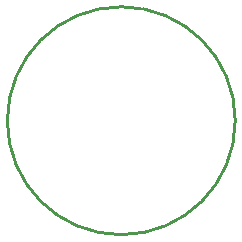
<source format=gbo>
%FSLAX25Y25*%
%MOIN*%
G70*
G01*
G75*
G04 Layer_Color=32896*
%ADD10R,0.04724X0.02638*%
%ADD11R,0.01969X0.01969*%
%ADD12C,0.02362*%
%ADD13C,0.02500*%
%ADD14C,0.00787*%
%ADD15C,0.08000*%
%ADD16C,0.18000*%
%ADD17C,0.01969*%
%ADD18C,0.02953*%
%ADD19C,0.00800*%
%ADD20C,0.01200*%
%ADD21C,0.01000*%
%ADD22C,0.01500*%
%ADD23C,0.00394*%
%ADD24R,0.03937X0.01850*%
%ADD25C,0.08800*%
%ADD26C,0.18800*%
D21*
X66000Y-35D02*
G03*
X66000Y-35I-38000J0D01*
G01*
M02*

</source>
